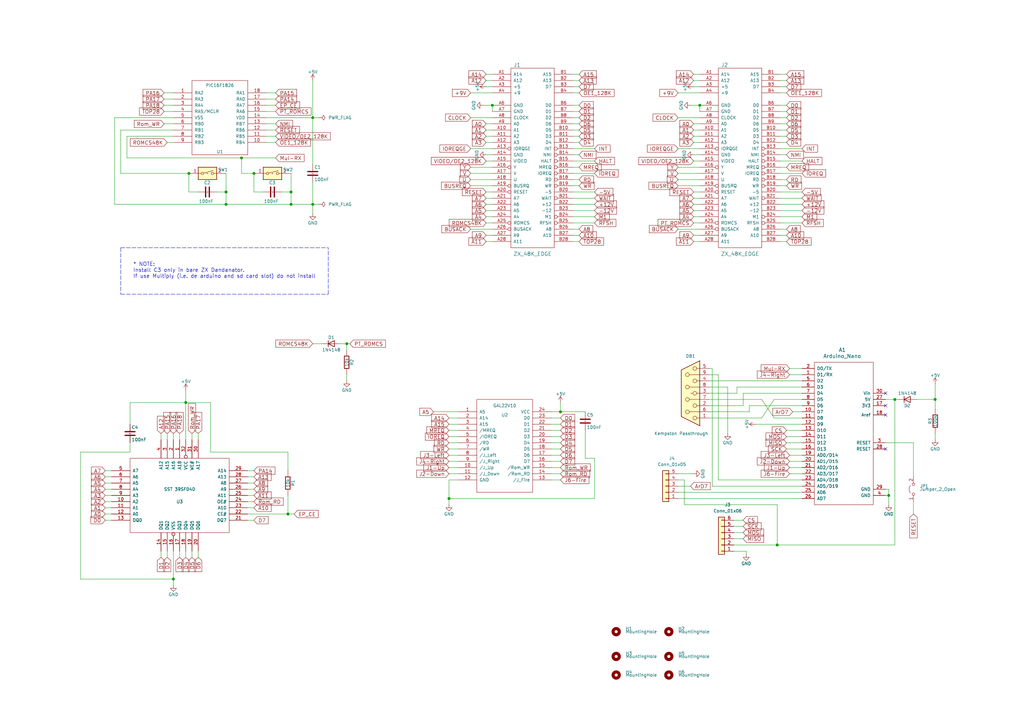
<source format=kicad_sch>
(kicad_sch (version 20201015) (generator eeschema)
  (paper "A3")
  (title_block (title "ZX Dandanator! Mini + Multiply addon") (date "2020-11-24") (rev "2.1 AMIE") (company "Alvaro Alea, Dandare, Mad001, OverCLK") (comment 1 "new release"))
  (junction (at 71.12 237.49) (diameter 1.016))
  (junction (at 76.2 165.1) (diameter 1.016))
  (junction (at 77.47 71.12) (diameter 1.016))
  (junction (at 92.71 78.74) (diameter 1.016))
  (junction (at 92.71 83.82) (diameter 1.016))
  (junction (at 99.06 64.77) (diameter 1.016))
  (junction (at 104.14 71.12) (diameter 1.016))
  (junction (at 118.11 210.82) (diameter 1.016))
  (junction (at 119.38 78.74) (diameter 1.016))
  (junction (at 119.38 83.82) (diameter 1.016))
  (junction (at 128.27 48.26) (diameter 1.016))
  (junction (at 128.27 83.82) (diameter 1.016))
  (junction (at 142.24 140.97) (diameter 1.016))
  (junction (at 184.15 204.47) (diameter 1.016))
  (junction (at 201.93 43.18) (diameter 1.016))
  (junction (at 229.87 168.91) (diameter 1.016))
  (junction (at 287.02 43.18) (diameter 1.016))
  (junction (at 318.77 223.52) (diameter 1.016))
  (junction (at 364.49 203.2) (diameter 1.016))
  (junction (at 367.03 163.83) (diameter 1.016))
  (junction (at 383.54 163.83) (diameter 1.016))
  (no_connect (at 363.22 166.37))
  (no_connect (at 363.22 161.29))
  (no_connect (at 363.22 170.18))
  (no_connect (at 363.22 184.15))
  (wire (pts (xy 33.02 185.42) (xy 53.34 185.42)))
  (wire (pts (xy 33.02 237.49) (xy 33.02 185.42)))
  (wire (pts (xy 43.18 193.04) (xy 45.72 193.04)))
  (wire (pts (xy 43.18 195.58) (xy 45.72 195.58)))
  (wire (pts (xy 43.18 198.12) (xy 45.72 198.12)))
  (wire (pts (xy 43.18 200.66) (xy 45.72 200.66)))
  (wire (pts (xy 43.18 203.2) (xy 45.72 203.2)))
  (wire (pts (xy 43.18 205.74) (xy 45.72 205.74)))
  (wire (pts (xy 43.18 208.28) (xy 45.72 208.28)))
  (wire (pts (xy 43.18 210.82) (xy 45.72 210.82)))
  (wire (pts (xy 43.18 213.36) (xy 45.72 213.36)))
  (wire (pts (xy 46.99 48.26) (xy 46.99 83.82)))
  (wire (pts (xy 46.99 48.26) (xy 71.12 48.26)))
  (wire (pts (xy 46.99 83.82) (xy 92.71 83.82)))
  (wire (pts (xy 49.53 53.34) (xy 71.12 53.34)))
  (wire (pts (xy 49.53 71.12) (xy 49.53 53.34)))
  (wire (pts (xy 49.53 71.12) (xy 77.47 71.12)))
  (wire (pts (xy 52.07 55.88) (xy 52.07 64.77)))
  (wire (pts (xy 52.07 55.88) (xy 71.12 55.88)))
  (wire (pts (xy 52.07 64.77) (xy 99.06 64.77)))
  (wire (pts (xy 53.34 165.1) (xy 76.2 165.1)))
  (wire (pts (xy 53.34 173.99) (xy 53.34 165.1)))
  (wire (pts (xy 53.34 185.42) (xy 53.34 181.61)))
  (wire (pts (xy 66.04 177.8) (xy 66.04 180.34)))
  (wire (pts (xy 66.04 226.06) (xy 66.04 228.6)))
  (wire (pts (xy 67.31 38.1) (xy 71.12 38.1)))
  (wire (pts (xy 67.31 40.64) (xy 71.12 40.64)))
  (wire (pts (xy 67.31 43.18) (xy 71.12 43.18)))
  (wire (pts (xy 67.31 45.72) (xy 71.12 45.72)))
  (wire (pts (xy 67.31 50.8) (xy 71.12 50.8)))
  (wire (pts (xy 68.58 58.42) (xy 71.12 58.42)))
  (wire (pts (xy 68.58 177.8) (xy 68.58 180.34)))
  (wire (pts (xy 68.58 226.06) (xy 68.58 228.6)))
  (wire (pts (xy 71.12 177.8) (xy 71.12 180.34)))
  (wire (pts (xy 71.12 226.06) (xy 71.12 237.49)))
  (wire (pts (xy 71.12 237.49) (xy 33.02 237.49)))
  (wire (pts (xy 71.12 237.49) (xy 71.12 240.03)))
  (wire (pts (xy 73.66 177.8) (xy 73.66 180.34)))
  (wire (pts (xy 73.66 226.06) (xy 73.66 228.6)))
  (wire (pts (xy 76.2 160.02) (xy 76.2 165.1)))
  (wire (pts (xy 76.2 165.1) (xy 76.2 180.34)))
  (wire (pts (xy 76.2 165.1) (xy 86.36 165.1)))
  (wire (pts (xy 76.2 226.06) (xy 76.2 228.6)))
  (wire (pts (xy 77.47 71.12) (xy 77.47 78.74)))
  (wire (pts (xy 77.47 78.74) (xy 81.28 78.74)))
  (wire (pts (xy 78.74 177.8) (xy 78.74 180.34)))
  (wire (pts (xy 78.74 226.06) (xy 78.74 228.6)))
  (wire (pts (xy 81.28 177.8) (xy 81.28 180.34)))
  (wire (pts (xy 81.28 226.06) (xy 81.28 228.6)))
  (wire (pts (xy 86.36 165.1) (xy 86.36 185.42)))
  (wire (pts (xy 86.36 185.42) (xy 118.11 185.42)))
  (wire (pts (xy 88.9 78.74) (xy 92.71 78.74)))
  (wire (pts (xy 92.71 71.12) (xy 92.71 78.74)))
  (wire (pts (xy 92.71 78.74) (xy 92.71 83.82)))
  (wire (pts (xy 92.71 83.82) (xy 119.38 83.82)))
  (wire (pts (xy 99.06 64.77) (xy 99.06 71.12)))
  (wire (pts (xy 99.06 64.77) (xy 113.03 64.77)))
  (wire (pts (xy 99.06 71.12) (xy 104.14 71.12)))
  (wire (pts (xy 101.6 198.12) (xy 104.14 198.12)))
  (wire (pts (xy 101.6 200.66) (xy 104.14 200.66)))
  (wire (pts (xy 101.6 203.2) (xy 104.14 203.2)))
  (wire (pts (xy 101.6 208.28) (xy 104.14 208.28)))
  (wire (pts (xy 101.6 210.82) (xy 118.11 210.82)))
  (wire (pts (xy 101.6 213.36) (xy 104.14 213.36)))
  (wire (pts (xy 104.14 71.12) (xy 104.14 78.74)))
  (wire (pts (xy 104.14 78.74) (xy 107.95 78.74)))
  (wire (pts (xy 104.14 193.04) (xy 101.6 193.04)))
  (wire (pts (xy 104.14 195.58) (xy 101.6 195.58)))
  (wire (pts (xy 104.14 205.74) (xy 101.6 205.74)))
  (wire (pts (xy 109.22 43.18) (xy 113.03 43.18)))
  (wire (pts (xy 109.22 45.72) (xy 113.03 45.72)))
  (wire (pts (xy 113.03 38.1) (xy 109.22 38.1)))
  (wire (pts (xy 113.03 40.64) (xy 109.22 40.64)))
  (wire (pts (xy 113.03 50.8) (xy 109.22 50.8)))
  (wire (pts (xy 113.03 53.34) (xy 109.22 53.34)))
  (wire (pts (xy 113.03 55.88) (xy 109.22 55.88)))
  (wire (pts (xy 113.03 58.42) (xy 109.22 58.42)))
  (wire (pts (xy 115.57 78.74) (xy 119.38 78.74)))
  (wire (pts (xy 118.11 185.42) (xy 118.11 193.04)))
  (wire (pts (xy 118.11 203.2) (xy 118.11 210.82)))
  (wire (pts (xy 118.11 210.82) (xy 120.65 210.82)))
  (wire (pts (xy 119.38 78.74) (xy 119.38 71.12)))
  (wire (pts (xy 119.38 83.82) (xy 119.38 78.74)))
  (wire (pts (xy 119.38 83.82) (xy 128.27 83.82)))
  (wire (pts (xy 128.27 33.02) (xy 128.27 48.26)))
  (wire (pts (xy 128.27 48.26) (xy 109.22 48.26)))
  (wire (pts (xy 128.27 48.26) (xy 128.27 67.31)))
  (wire (pts (xy 128.27 48.26) (xy 130.81 48.26)))
  (wire (pts (xy 128.27 74.93) (xy 128.27 83.82)))
  (wire (pts (xy 128.27 83.82) (xy 128.27 87.63)))
  (wire (pts (xy 128.27 83.82) (xy 130.81 83.82)))
  (wire (pts (xy 128.27 140.97) (xy 132.08 140.97)))
  (wire (pts (xy 139.7 140.97) (xy 142.24 140.97)))
  (wire (pts (xy 142.24 140.97) (xy 142.24 143.51)))
  (wire (pts (xy 142.24 140.97) (xy 143.51 140.97)))
  (wire (pts (xy 142.24 153.67) (xy 142.24 156.21)))
  (wire (pts (xy 177.8 168.91) (xy 187.96 168.91)))
  (wire (pts (xy 184.15 171.45) (xy 187.96 171.45)))
  (wire (pts (xy 184.15 173.99) (xy 187.96 173.99)))
  (wire (pts (xy 184.15 179.07) (xy 187.96 179.07)))
  (wire (pts (xy 184.15 184.15) (xy 187.96 184.15)))
  (wire (pts (xy 184.15 191.77) (xy 187.96 191.77)))
  (wire (pts (xy 184.15 194.31) (xy 187.96 194.31)))
  (wire (pts (xy 184.15 196.85) (xy 184.15 204.47)))
  (wire (pts (xy 184.15 204.47) (xy 184.15 207.01)))
  (wire (pts (xy 187.96 176.53) (xy 184.15 176.53)))
  (wire (pts (xy 187.96 181.61) (xy 184.15 181.61)))
  (wire (pts (xy 187.96 186.69) (xy 184.15 186.69)))
  (wire (pts (xy 187.96 189.23) (xy 184.15 189.23)))
  (wire (pts (xy 187.96 196.85) (xy 184.15 196.85)))
  (wire (pts (xy 193.04 48.26) (xy 201.93 48.26)))
  (wire (pts (xy 193.04 60.96) (xy 201.93 60.96)))
  (wire (pts (xy 193.04 68.58) (xy 201.93 68.58)))
  (wire (pts (xy 193.04 71.12) (xy 201.93 71.12)))
  (wire (pts (xy 193.04 73.66) (xy 201.93 73.66)))
  (wire (pts (xy 193.04 76.2) (xy 201.93 76.2)))
  (wire (pts (xy 193.04 93.98) (xy 201.93 93.98)))
  (wire (pts (xy 198.12 43.18) (xy 201.93 43.18)))
  (wire (pts (xy 199.39 30.48) (xy 201.93 30.48)))
  (wire (pts (xy 199.39 33.02) (xy 201.93 33.02)))
  (wire (pts (xy 199.39 35.56) (xy 201.93 35.56)))
  (wire (pts (xy 199.39 50.8) (xy 201.93 50.8)))
  (wire (pts (xy 199.39 53.34) (xy 201.93 53.34)))
  (wire (pts (xy 199.39 55.88) (xy 201.93 55.88)))
  (wire (pts (xy 199.39 58.42) (xy 201.93 58.42)))
  (wire (pts (xy 199.39 63.5) (xy 201.93 63.5)))
  (wire (pts (xy 199.39 66.04) (xy 201.93 66.04)))
  (wire (pts (xy 199.39 78.74) (xy 201.93 78.74)))
  (wire (pts (xy 199.39 81.28) (xy 201.93 81.28)))
  (wire (pts (xy 199.39 83.82) (xy 201.93 83.82)))
  (wire (pts (xy 199.39 86.36) (xy 201.93 86.36)))
  (wire (pts (xy 199.39 88.9) (xy 201.93 88.9)))
  (wire (pts (xy 199.39 91.44) (xy 201.93 91.44)))
  (wire (pts (xy 199.39 96.52) (xy 201.93 96.52)))
  (wire (pts (xy 199.39 99.06) (xy 201.93 99.06)))
  (wire (pts (xy 201.93 38.1) (xy 193.04 38.1)))
  (wire (pts (xy 201.93 43.18) (xy 201.93 45.72)))
  (wire (pts (xy 226.06 168.91) (xy 229.87 168.91)))
  (wire (pts (xy 226.06 171.45) (xy 229.87 171.45)))
  (wire (pts (xy 226.06 173.99) (xy 229.87 173.99)))
  (wire (pts (xy 226.06 176.53) (xy 229.87 176.53)))
  (wire (pts (xy 226.06 179.07) (xy 229.87 179.07)))
  (wire (pts (xy 226.06 181.61) (xy 229.87 181.61)))
  (wire (pts (xy 226.06 184.15) (xy 229.87 184.15)))
  (wire (pts (xy 226.06 186.69) (xy 229.87 186.69)))
  (wire (pts (xy 226.06 189.23) (xy 229.87 189.23)))
  (wire (pts (xy 226.06 191.77) (xy 229.87 191.77)))
  (wire (pts (xy 226.06 194.31) (xy 229.87 194.31)))
  (wire (pts (xy 226.06 196.85) (xy 229.87 196.85)))
  (wire (pts (xy 229.87 168.91) (xy 229.87 165.1)))
  (wire (pts (xy 229.87 168.91) (xy 240.03 168.91)))
  (wire (pts (xy 234.95 35.56) (xy 237.49 35.56)))
  (wire (pts (xy 234.95 43.18) (xy 237.49 43.18)))
  (wire (pts (xy 234.95 45.72) (xy 237.49 45.72)))
  (wire (pts (xy 234.95 48.26) (xy 237.49 48.26)))
  (wire (pts (xy 234.95 50.8) (xy 237.49 50.8)))
  (wire (pts (xy 234.95 53.34) (xy 237.49 53.34)))
  (wire (pts (xy 234.95 55.88) (xy 237.49 55.88)))
  (wire (pts (xy 234.95 58.42) (xy 237.49 58.42)))
  (wire (pts (xy 237.49 30.48) (xy 234.95 30.48)))
  (wire (pts (xy 237.49 33.02) (xy 234.95 33.02)))
  (wire (pts (xy 237.49 38.1) (xy 234.95 38.1)))
  (wire (pts (xy 237.49 63.5) (xy 234.95 63.5)))
  (wire (pts (xy 237.49 68.58) (xy 234.95 68.58)))
  (wire (pts (xy 237.49 73.66) (xy 234.95 73.66)))
  (wire (pts (xy 237.49 76.2) (xy 234.95 76.2)))
  (wire (pts (xy 237.49 93.98) (xy 234.95 93.98)))
  (wire (pts (xy 237.49 96.52) (xy 234.95 96.52)))
  (wire (pts (xy 237.49 99.06) (xy 234.95 99.06)))
  (wire (pts (xy 240.03 176.53) (xy 240.03 187.96)))
  (wire (pts (xy 240.03 187.96) (xy 243.84 187.96)))
  (wire (pts (xy 243.84 60.96) (xy 234.95 60.96)))
  (wire (pts (xy 243.84 66.04) (xy 234.95 66.04)))
  (wire (pts (xy 243.84 71.12) (xy 234.95 71.12)))
  (wire (pts (xy 243.84 78.74) (xy 234.95 78.74)))
  (wire (pts (xy 243.84 81.28) (xy 234.95 81.28)))
  (wire (pts (xy 243.84 83.82) (xy 234.95 83.82)))
  (wire (pts (xy 243.84 86.36) (xy 234.95 86.36)))
  (wire (pts (xy 243.84 88.9) (xy 234.95 88.9)))
  (wire (pts (xy 243.84 91.44) (xy 234.95 91.44)))
  (wire (pts (xy 243.84 187.96) (xy 243.84 204.47)))
  (wire (pts (xy 243.84 204.47) (xy 184.15 204.47)))
  (wire (pts (xy 278.13 48.26) (xy 287.02 48.26)))
  (wire (pts (xy 278.13 60.96) (xy 287.02 60.96)))
  (wire (pts (xy 278.13 68.58) (xy 287.02 68.58)))
  (wire (pts (xy 278.13 71.12) (xy 287.02 71.12)))
  (wire (pts (xy 278.13 73.66) (xy 287.02 73.66)))
  (wire (pts (xy 278.13 76.2) (xy 287.02 76.2)))
  (wire (pts (xy 278.13 93.98) (xy 287.02 93.98)))
  (wire (pts (xy 278.13 194.31) (xy 284.48 194.31)))
  (wire (pts (xy 278.13 196.85) (xy 280.67 196.85)))
  (wire (pts (xy 278.13 199.39) (xy 283.21 199.39)))
  (wire (pts (xy 278.13 201.93) (xy 328.93 201.93)))
  (wire (pts (xy 278.13 204.47) (xy 328.93 204.47)))
  (wire (pts (xy 280.67 196.85) (xy 280.67 207.01)))
  (wire (pts (xy 280.67 207.01) (xy 318.77 207.01)))
  (wire (pts (xy 283.21 43.18) (xy 287.02 43.18)))
  (wire (pts (xy 284.48 30.48) (xy 287.02 30.48)))
  (wire (pts (xy 284.48 33.02) (xy 287.02 33.02)))
  (wire (pts (xy 284.48 35.56) (xy 287.02 35.56)))
  (wire (pts (xy 284.48 50.8) (xy 287.02 50.8)))
  (wire (pts (xy 284.48 53.34) (xy 287.02 53.34)))
  (wire (pts (xy 284.48 55.88) (xy 287.02 55.88)))
  (wire (pts (xy 284.48 58.42) (xy 287.02 58.42)))
  (wire (pts (xy 284.48 63.5) (xy 287.02 63.5)))
  (wire (pts (xy 284.48 66.04) (xy 287.02 66.04)))
  (wire (pts (xy 284.48 78.74) (xy 287.02 78.74)))
  (wire (pts (xy 284.48 81.28) (xy 287.02 81.28)))
  (wire (pts (xy 284.48 83.82) (xy 287.02 83.82)))
  (wire (pts (xy 284.48 86.36) (xy 287.02 86.36)))
  (wire (pts (xy 284.48 88.9) (xy 287.02 88.9)))
  (wire (pts (xy 284.48 91.44) (xy 287.02 91.44)))
  (wire (pts (xy 284.48 96.52) (xy 287.02 96.52)))
  (wire (pts (xy 284.48 99.06) (xy 287.02 99.06)))
  (wire (pts (xy 287.02 38.1) (xy 278.13 38.1)))
  (wire (pts (xy 287.02 43.18) (xy 287.02 45.72)))
  (wire (pts (xy 290.83 151.13) (xy 292.1 151.13)))
  (wire (pts (xy 290.83 156.21) (xy 328.93 156.21)))
  (wire (pts (xy 290.83 158.75) (xy 298.45 158.75)))
  (wire (pts (xy 290.83 161.29) (xy 302.26 161.29)))
  (wire (pts (xy 290.83 163.83) (xy 312.42 163.83)))
  (wire (pts (xy 290.83 166.37) (xy 304.8 166.37)))
  (wire (pts (xy 290.83 171.45) (xy 312.42 171.45)))
  (wire (pts (xy 292.1 151.13) (xy 292.1 199.39)))
  (wire (pts (xy 292.1 199.39) (xy 328.93 199.39)))
  (wire (pts (xy 294.64 153.67) (xy 290.83 153.67)))
  (wire (pts (xy 294.64 153.67) (xy 294.64 196.85)))
  (wire (pts (xy 294.64 196.85) (xy 328.93 196.85)))
  (wire (pts (xy 298.45 158.75) (xy 298.45 177.8)))
  (wire (pts (xy 300.99 213.36) (xy 304.8 213.36)))
  (wire (pts (xy 300.99 215.9) (xy 304.8 215.9)))
  (wire (pts (xy 300.99 218.44) (xy 304.8 218.44)))
  (wire (pts (xy 300.99 220.98) (xy 304.8 220.98)))
  (wire (pts (xy 300.99 223.52) (xy 318.77 223.52)))
  (wire (pts (xy 300.99 226.06) (xy 306.07 226.06)))
  (wire (pts (xy 302.26 158.75) (xy 328.93 158.75)))
  (wire (pts (xy 302.26 161.29) (xy 302.26 158.75)))
  (wire (pts (xy 304.8 161.29) (xy 328.93 161.29)))
  (wire (pts (xy 304.8 166.37) (xy 304.8 161.29)))
  (wire (pts (xy 306.07 226.06) (xy 306.07 227.33)))
  (wire (pts (xy 307.34 166.37) (xy 307.34 168.91)))
  (wire (pts (xy 307.34 168.91) (xy 290.83 168.91)))
  (wire (pts (xy 309.88 173.99) (xy 328.93 173.99)))
  (wire (pts (xy 312.42 163.83) (xy 317.5 171.45)))
  (wire (pts (xy 312.42 171.45) (xy 317.5 163.83)))
  (wire (pts (xy 317.5 163.83) (xy 328.93 163.83)))
  (wire (pts (xy 317.5 171.45) (xy 328.93 171.45)))
  (wire (pts (xy 318.77 207.01) (xy 318.77 223.52)))
  (wire (pts (xy 318.77 223.52) (xy 367.03 223.52)))
  (wire (pts (xy 320.04 35.56) (xy 322.58 35.56)))
  (wire (pts (xy 320.04 43.18) (xy 322.58 43.18)))
  (wire (pts (xy 320.04 45.72) (xy 322.58 45.72)))
  (wire (pts (xy 320.04 48.26) (xy 322.58 48.26)))
  (wire (pts (xy 320.04 50.8) (xy 322.58 50.8)))
  (wire (pts (xy 320.04 53.34) (xy 322.58 53.34)))
  (wire (pts (xy 320.04 55.88) (xy 322.58 55.88)))
  (wire (pts (xy 320.04 58.42) (xy 322.58 58.42)))
  (wire (pts (xy 322.58 30.48) (xy 320.04 30.48)))
  (wire (pts (xy 322.58 33.02) (xy 320.04 33.02)))
  (wire (pts (xy 322.58 38.1) (xy 320.04 38.1)))
  (wire (pts (xy 322.58 63.5) (xy 320.04 63.5)))
  (wire (pts (xy 322.58 68.58) (xy 320.04 68.58)))
  (wire (pts (xy 322.58 73.66) (xy 320.04 73.66)))
  (wire (pts (xy 322.58 76.2) (xy 320.04 76.2)))
  (wire (pts (xy 322.58 93.98) (xy 320.04 93.98)))
  (wire (pts (xy 322.58 96.52) (xy 320.04 96.52)))
  (wire (pts (xy 322.58 99.06) (xy 320.04 99.06)))
  (wire (pts (xy 322.58 176.53) (xy 328.93 176.53)))
  (wire (pts (xy 322.58 179.07) (xy 328.93 179.07)))
  (wire (pts (xy 322.58 181.61) (xy 328.93 181.61)))
  (wire (pts (xy 322.58 184.15) (xy 328.93 184.15)))
  (wire (pts (xy 323.85 151.13) (xy 328.93 151.13)))
  (wire (pts (xy 323.85 153.67) (xy 328.93 153.67)))
  (wire (pts (xy 323.85 186.69) (xy 328.93 186.69)))
  (wire (pts (xy 323.85 189.23) (xy 328.93 189.23)))
  (wire (pts (xy 323.85 191.77) (xy 328.93 191.77)))
  (wire (pts (xy 323.85 194.31) (xy 328.93 194.31)))
  (wire (pts (xy 325.12 168.91) (xy 328.93 168.91)))
  (wire (pts (xy 328.93 60.96) (xy 320.04 60.96)))
  (wire (pts (xy 328.93 66.04) (xy 320.04 66.04)))
  (wire (pts (xy 328.93 71.12) (xy 320.04 71.12)))
  (wire (pts (xy 328.93 78.74) (xy 320.04 78.74)))
  (wire (pts (xy 328.93 81.28) (xy 320.04 81.28)))
  (wire (pts (xy 328.93 83.82) (xy 320.04 83.82)))
  (wire (pts (xy 328.93 86.36) (xy 320.04 86.36)))
  (wire (pts (xy 328.93 88.9) (xy 320.04 88.9)))
  (wire (pts (xy 328.93 91.44) (xy 320.04 91.44)))
  (wire (pts (xy 328.93 166.37) (xy 307.34 166.37)))
  (wire (pts (xy 363.22 181.61) (xy 374.65 181.61)))
  (wire (pts (xy 363.22 200.66) (xy 364.49 200.66)))
  (wire (pts (xy 364.49 200.66) (xy 364.49 203.2)))
  (wire (pts (xy 364.49 203.2) (xy 363.22 203.2)))
  (wire (pts (xy 364.49 207.01) (xy 364.49 203.2)))
  (wire (pts (xy 367.03 163.83) (xy 363.22 163.83)))
  (wire (pts (xy 367.03 163.83) (xy 367.03 223.52)))
  (wire (pts (xy 368.3 163.83) (xy 367.03 163.83)))
  (wire (pts (xy 374.65 181.61) (xy 374.65 195.58)))
  (wire (pts (xy 374.65 205.74) (xy 374.65 210.82)))
  (wire (pts (xy 383.54 157.48) (xy 383.54 163.83)))
  (wire (pts (xy 383.54 163.83) (xy 375.92 163.83)))
  (wire (pts (xy 383.54 163.83) (xy 383.54 167.64)))
  (wire (pts (xy 383.54 177.8) (xy 383.54 180.34)))
  (polyline (pts (xy 49.53 101.6) (xy 49.53 120.65)) (stroke (width 0) (type dash)))
  (polyline (pts (xy 49.53 101.6) (xy 134.62 101.6)) (stroke (width 0) (type dash)))
  (polyline (pts (xy 49.53 120.65) (xy 134.62 120.65)) (stroke (width 0) (type dash)))
  (polyline (pts (xy 134.62 120.65) (xy 134.62 101.6)) (stroke (width 0) (type dash)))
  (text "* NOTE: \nInstall C3 only in bare ZX Dandanator.\nIf use Multiply (i.e. de arduino and sd card slot) do not install\n" (at 54.61 114.3 0) (effects (font (size 1.524 1.524)) (justify left bottom)))
  (global_label "A7" (shape input) (at 43.18 193.04 180) (property "Intersheet References" "${INTERSHEET_REFS}" (effects hide)) (effects (font (size 1.524 1.524))))
  (global_label "A6" (shape input) (at 43.18 195.58 180) (property "Intersheet References" "${INTERSHEET_REFS}" (effects hide)) (effects (font (size 1.524 1.524))))
  (global_label "A5" (shape input) (at 43.18 198.12 180) (property "Intersheet References" "${INTERSHEET_REFS}" (effects hide)) (effects (font (size 1.524 1.524))))
  (global_label "A4" (shape input) (at 43.18 200.66 180) (property "Intersheet References" "${INTERSHEET_REFS}" (effects hide)) (effects (font (size 1.524 1.524))))
  (global_label "A3" (shape input) (at 43.18 203.2 180) (property "Intersheet References" "${INTERSHEET_REFS}" (effects hide)) (effects (font (size 1.524 1.524))))
  (global_label "A2" (shape input) (at 43.18 205.74 180) (property "Intersheet References" "${INTERSHEET_REFS}" (effects hide)) (effects (font (size 1.524 1.524))))
  (global_label "A1" (shape input) (at 43.18 208.28 180) (property "Intersheet References" "${INTERSHEET_REFS}" (effects hide)) (effects (font (size 1.524 1.524))))
  (global_label "A0" (shape input) (at 43.18 210.82 180) (property "Intersheet References" "${INTERSHEET_REFS}" (effects hide)) (effects (font (size 1.524 1.524))))
  (global_label "D0" (shape input) (at 43.18 213.36 180) (property "Intersheet References" "${INTERSHEET_REFS}" (effects hide)) (effects (font (size 1.524 1.524))))
  (global_label "A12" (shape input) (at 66.04 177.8 90) (property "Intersheet References" "${INTERSHEET_REFS}" (effects hide)) (effects (font (size 1.524 1.524))))
  (global_label "D1" (shape input) (at 66.04 228.6 270) (property "Intersheet References" "${INTERSHEET_REFS}" (effects hide)) (effects (font (size 1.524 1.524))))
  (global_label "PA16" (shape input) (at 67.31 38.1 180) (property "Intersheet References" "${INTERSHEET_REFS}" (effects hide)) (effects (font (size 1.524 1.524))))
  (global_label "PA17" (shape input) (at 67.31 40.64 180) (property "Intersheet References" "${INTERSHEET_REFS}" (effects hide)) (effects (font (size 1.524 1.524))))
  (global_label "PA18" (shape input) (at 67.31 43.18 180) (property "Intersheet References" "${INTERSHEET_REFS}" (effects hide)) (effects (font (size 1.524 1.524))))
  (global_label "TOP28" (shape input) (at 67.31 45.72 180) (property "Intersheet References" "${INTERSHEET_REFS}" (effects hide)) (effects (font (size 1.524 1.524))))
  (global_label "Rom_WR" (shape input) (at 67.31 50.8 180) (property "Intersheet References" "${INTERSHEET_REFS}" (effects hide)) (effects (font (size 1.524 1.524))))
  (global_label "ROMCS48K" (shape input) (at 68.58 58.42 180) (property "Intersheet References" "${INTERSHEET_REFS}" (effects hide)) (effects (font (size 1.524 1.524))))
  (global_label "PA15" (shape input) (at 68.58 177.8 90) (property "Intersheet References" "${INTERSHEET_REFS}" (effects hide)) (effects (font (size 1.524 1.524))))
  (global_label "D2" (shape input) (at 68.58 228.6 270) (property "Intersheet References" "${INTERSHEET_REFS}" (effects hide)) (effects (font (size 1.524 1.524))))
  (global_label "PA16" (shape input) (at 71.12 177.8 90) (property "Intersheet References" "${INTERSHEET_REFS}" (effects hide)) (effects (font (size 1.524 1.524))))
  (global_label "PA18" (shape input) (at 73.66 177.8 90) (property "Intersheet References" "${INTERSHEET_REFS}" (effects hide)) (effects (font (size 1.524 1.524))))
  (global_label "D3" (shape input) (at 73.66 228.6 270) (property "Intersheet References" "${INTERSHEET_REFS}" (effects hide)) (effects (font (size 1.524 1.524))))
  (global_label "D4" (shape input) (at 76.2 228.6 270) (property "Intersheet References" "${INTERSHEET_REFS}" (effects hide)) (effects (font (size 1.524 1.524))))
  (global_label "Rom_WR" (shape input) (at 78.74 177.8 90) (property "Intersheet References" "${INTERSHEET_REFS}" (effects hide)) (effects (font (size 1.524 1.524))))
  (global_label "D5" (shape input) (at 78.74 228.6 270) (property "Intersheet References" "${INTERSHEET_REFS}" (effects hide)) (effects (font (size 1.524 1.524))))
  (global_label "PA17" (shape input) (at 81.28 177.8 90) (property "Intersheet References" "${INTERSHEET_REFS}" (effects hide)) (effects (font (size 1.524 1.524))))
  (global_label "D6" (shape input) (at 81.28 228.6 270) (property "Intersheet References" "${INTERSHEET_REFS}" (effects hide)) (effects (font (size 1.524 1.524))))
  (global_label "PA14" (shape input) (at 104.14 193.04 0) (property "Intersheet References" "${INTERSHEET_REFS}" (effects hide)) (effects (font (size 1.524 1.524))))
  (global_label "A13" (shape input) (at 104.14 195.58 0) (property "Intersheet References" "${INTERSHEET_REFS}" (effects hide)) (effects (font (size 1.524 1.524))))
  (global_label "A8" (shape input) (at 104.14 198.12 0) (property "Intersheet References" "${INTERSHEET_REFS}" (effects hide)) (effects (font (size 1.524 1.524))))
  (global_label "A9" (shape input) (at 104.14 200.66 0) (property "Intersheet References" "${INTERSHEET_REFS}" (effects hide)) (effects (font (size 1.524 1.524))))
  (global_label "A11" (shape input) (at 104.14 203.2 0) (property "Intersheet References" "${INTERSHEET_REFS}" (effects hide)) (effects (font (size 1.524 1.524))))
  (global_label "Rom_RD" (shape input) (at 104.14 205.74 0) (property "Intersheet References" "${INTERSHEET_REFS}" (effects hide)) (effects (font (size 1.524 1.524))))
  (global_label "A10" (shape input) (at 104.14 208.28 0) (property "Intersheet References" "${INTERSHEET_REFS}" (effects hide)) (effects (font (size 1.524 1.524))))
  (global_label "D7" (shape input) (at 104.14 213.36 0) (property "Intersheet References" "${INTERSHEET_REFS}" (effects hide)) (effects (font (size 1.524 1.524))))
  (global_label "PA15" (shape input) (at 113.03 38.1 0) (property "Intersheet References" "${INTERSHEET_REFS}" (effects hide)) (effects (font (size 1.524 1.524))))
  (global_label "PA14" (shape input) (at 113.03 40.64 0) (property "Intersheet References" "${INTERSHEET_REFS}" (effects hide)) (effects (font (size 1.524 1.524))))
  (global_label "EP_CE" (shape input) (at 113.03 43.18 0) (property "Intersheet References" "${INTERSHEET_REFS}" (effects hide)) (effects (font (size 1.524 1.524))))
  (global_label "PT_ROMCS" (shape input) (at 113.03 45.72 0) (property "Intersheet References" "${INTERSHEET_REFS}" (effects hide)) (effects (font (size 1.524 1.524))))
  (global_label "NMI" (shape input) (at 113.03 50.8 0) (property "Intersheet References" "${INTERSHEET_REFS}" (effects hide)) (effects (font (size 1.524 1.524))))
  (global_label "RESET" (shape input) (at 113.03 53.34 0) (property "Intersheet References" "${INTERSHEET_REFS}" (effects hide)) (effects (font (size 1.524 1.524))))
  (global_label "VIDEO/OE2_128K" (shape input) (at 113.03 55.88 0) (property "Intersheet References" "${INTERSHEET_REFS}" (effects hide)) (effects (font (size 1.524 1.524))))
  (global_label "OE1_128K" (shape input) (at 113.03 58.42 0) (property "Intersheet References" "${INTERSHEET_REFS}" (effects hide)) (effects (font (size 1.524 1.524))))
  (global_label "Mul-RX" (shape input) (at 113.03 64.77 0) (property "Intersheet References" "${INTERSHEET_REFS}" (effects hide)) (effects (font (size 1.524 1.524))))
  (global_label "EP_CE" (shape input) (at 120.65 210.82 0) (property "Intersheet References" "${INTERSHEET_REFS}" (effects hide)) (effects (font (size 1.524 1.524))))
  (global_label "ROMCS48K" (shape input) (at 128.27 140.97 180) (property "Intersheet References" "${INTERSHEET_REFS}" (effects hide)) (effects (font (size 1.524 1.524))))
  (global_label "PT_ROMCS" (shape input) (at 143.51 140.97 0) (property "Intersheet References" "${INTERSHEET_REFS}" (effects hide)) (effects (font (size 1.524 1.524))))
  (global_label "A5" (shape input) (at 177.8 168.91 180) (property "Intersheet References" "${INTERSHEET_REFS}" (effects hide)) (effects (font (size 1.524 1.524))))
  (global_label "A14" (shape input) (at 184.15 171.45 180) (property "Intersheet References" "${INTERSHEET_REFS}" (effects hide)) (effects (font (size 1.524 1.524))))
  (global_label "A15" (shape input) (at 184.15 173.99 180) (property "Intersheet References" "${INTERSHEET_REFS}" (effects hide)) (effects (font (size 1.524 1.524))))
  (global_label "MREQ" (shape input) (at 184.15 176.53 180) (property "Intersheet References" "${INTERSHEET_REFS}" (effects hide)) (effects (font (size 1.524 1.524))))
  (global_label "IOREQ" (shape input) (at 184.15 179.07 180) (property "Intersheet References" "${INTERSHEET_REFS}" (effects hide)) (effects (font (size 1.524 1.524))))
  (global_label "RD" (shape input) (at 184.15 181.61 180) (property "Intersheet References" "${INTERSHEET_REFS}" (effects hide)) (effects (font (size 1.524 1.524))))
  (global_label "WR" (shape input) (at 184.15 184.15 180) (property "Intersheet References" "${INTERSHEET_REFS}" (effects hide)) (effects (font (size 1.524 1.524))))
  (global_label "J3-Left" (shape input) (at 184.15 186.69 180) (property "Intersheet References" "${INTERSHEET_REFS}" (effects hide)) (effects (font (size 1.524 1.524))))
  (global_label "J4-Right" (shape input) (at 184.15 189.23 180) (property "Intersheet References" "${INTERSHEET_REFS}" (effects hide)) (effects (font (size 1.524 1.524))))
  (global_label "J1-Up" (shape input) (at 184.15 191.77 180) (property "Intersheet References" "${INTERSHEET_REFS}" (effects hide)) (effects (font (size 1.524 1.524))))
  (global_label "J2-Down" (shape input) (at 184.15 194.31 180) (property "Intersheet References" "${INTERSHEET_REFS}" (effects hide)) (effects (font (size 1.524 1.524))))
  (global_label "+9V" (shape input) (at 193.04 38.1 180) (property "Intersheet References" "${INTERSHEET_REFS}" (effects hide)) (effects (font (size 1.524 1.524))))
  (global_label "CLOCK" (shape input) (at 193.04 48.26 180) (property "Intersheet References" "${INTERSHEET_REFS}" (effects hide)) (effects (font (size 1.524 1.524))))
  (global_label "IOREQGE" (shape input) (at 193.04 60.96 180) (property "Intersheet References" "${INTERSHEET_REFS}" (effects hide)) (effects (font (size 1.524 1.524))))
  (global_label "Y" (shape input) (at 193.04 68.58 180) (property "Intersheet References" "${INTERSHEET_REFS}" (effects hide)) (effects (font (size 1.524 1.524))))
  (global_label "V" (shape input) (at 193.04 71.12 180) (property "Intersheet References" "${INTERSHEET_REFS}" (effects hide)) (effects (font (size 1.524 1.524))))
  (global_label "U" (shape input) (at 193.04 73.66 180) (property "Intersheet References" "${INTERSHEET_REFS}" (effects hide)) (effects (font (size 1.524 1.524))))
  (global_label "BUSREQ" (shape input) (at 193.04 76.2 180) (property "Intersheet References" "${INTERSHEET_REFS}" (effects hide)) (effects (font (size 1.524 1.524))))
  (global_label "BUSACK" (shape input) (at 193.04 93.98 180) (property "Intersheet References" "${INTERSHEET_REFS}" (effects hide)) (effects (font (size 1.524 1.524))))
  (global_label "A14" (shape input) (at 199.39 30.48 180) (property "Intersheet References" "${INTERSHEET_REFS}" (effects hide)) (effects (font (size 1.524 1.524))))
  (global_label "A12" (shape input) (at 199.39 33.02 180) (property "Intersheet References" "${INTERSHEET_REFS}" (effects hide)) (effects (font (size 1.524 1.524))))
  (global_label "A0" (shape input) (at 199.39 50.8 180) (property "Intersheet References" "${INTERSHEET_REFS}" (effects hide)) (effects (font (size 1.524 1.524))))
  (global_label "A1" (shape input) (at 199.39 53.34 180) (property "Intersheet References" "${INTERSHEET_REFS}" (effects hide)) (effects (font (size 1.524 1.524))))
  (global_label "A2" (shape input) (at 199.39 55.88 180) (property "Intersheet References" "${INTERSHEET_REFS}" (effects hide)) (effects (font (size 1.524 1.524))))
  (global_label "A3" (shape input) (at 199.39 58.42 180) (property "Intersheet References" "${INTERSHEET_REFS}" (effects hide)) (effects (font (size 1.524 1.524))))
  (global_label "VIDEO/OE2_128K" (shape input) (at 199.39 66.04 180) (property "Intersheet References" "${INTERSHEET_REFS}" (effects hide)) (effects (font (size 1.524 1.524))))
  (global_label "RESET" (shape input) (at 199.39 78.74 180) (property "Intersheet References" "${INTERSHEET_REFS}" (effects hide)) (effects (font (size 1.524 1.524))))
  (global_label "A7" (shape input) (at 199.39 81.28 180) (property "Intersheet References" "${INTERSHEET_REFS}" (effects hide)) (effects (font (size 1.524 1.524))))
  (global_label "A6" (shape input) (at 199.39 83.82 180) (property "Intersheet References" "${INTERSHEET_REFS}" (effects hide)) (effects (font (size 1.524 1.524))))
  (global_label "A5" (shape input) (at 199.39 86.36 180) (property "Intersheet References" "${INTERSHEET_REFS}" (effects hide)) (effects (font (size 1.524 1.524))))
  (global_label "A4" (shape input) (at 199.39 88.9 180) (property "Intersheet References" "${INTERSHEET_REFS}" (effects hide)) (effects (font (size 1.524 1.524))))
  (global_label "ROMCS48K" (shape input) (at 199.39 91.44 180) (property "Intersheet References" "${INTERSHEET_REFS}" (effects hide)) (effects (font (size 1.524 1.524))))
  (global_label "A9" (shape input) (at 199.39 96.52 180) (property "Intersheet References" "${INTERSHEET_REFS}" (effects hide)) (effects (font (size 1.524 1.524))))
  (global_label "A11" (shape input) (at 199.39 99.06 180) (property "Intersheet References" "${INTERSHEET_REFS}" (effects hide)) (effects (font (size 1.524 1.524))))
  (global_label "D0" (shape input) (at 229.87 171.45 0) (property "Intersheet References" "${INTERSHEET_REFS}" (effects hide)) (effects (font (size 1.524 1.524))))
  (global_label "D1" (shape input) (at 229.87 173.99 0) (property "Intersheet References" "${INTERSHEET_REFS}" (effects hide)) (effects (font (size 1.524 1.524))))
  (global_label "D2" (shape input) (at 229.87 176.53 0) (property "Intersheet References" "${INTERSHEET_REFS}" (effects hide)) (effects (font (size 1.524 1.524))))
  (global_label "D3" (shape input) (at 229.87 179.07 0) (property "Intersheet References" "${INTERSHEET_REFS}" (effects hide)) (effects (font (size 1.524 1.524))))
  (global_label "D4" (shape input) (at 229.87 181.61 0) (property "Intersheet References" "${INTERSHEET_REFS}" (effects hide)) (effects (font (size 1.524 1.524))))
  (global_label "D5" (shape input) (at 229.87 184.15 0) (property "Intersheet References" "${INTERSHEET_REFS}" (effects hide)) (effects (font (size 1.524 1.524))))
  (global_label "D6" (shape input) (at 229.87 186.69 0) (property "Intersheet References" "${INTERSHEET_REFS}" (effects hide)) (effects (font (size 1.524 1.524))))
  (global_label "D7" (shape input) (at 229.87 189.23 0) (property "Intersheet References" "${INTERSHEET_REFS}" (effects hide)) (effects (font (size 1.524 1.524))))
  (global_label "Rom_WR" (shape input) (at 229.87 191.77 0) (property "Intersheet References" "${INTERSHEET_REFS}" (effects hide)) (effects (font (size 1.524 1.524))))
  (global_label "Rom_RD" (shape input) (at 229.87 194.31 0) (property "Intersheet References" "${INTERSHEET_REFS}" (effects hide)) (effects (font (size 1.524 1.524))))
  (global_label "J6-Fire" (shape input) (at 229.87 196.85 0) (property "Intersheet References" "${INTERSHEET_REFS}" (effects hide)) (effects (font (size 1.524 1.524))))
  (global_label "A15" (shape input) (at 237.49 30.48 0) (property "Intersheet References" "${INTERSHEET_REFS}" (effects hide)) (effects (font (size 1.524 1.524))))
  (global_label "A13" (shape input) (at 237.49 33.02 0) (property "Intersheet References" "${INTERSHEET_REFS}" (effects hide)) (effects (font (size 1.524 1.524))))
  (global_label "D7" (shape input) (at 237.49 35.56 0) (property "Intersheet References" "${INTERSHEET_REFS}" (effects hide)) (effects (font (size 1.524 1.524))))
  (global_label "OE1_128K" (shape input) (at 237.49 38.1 0) (property "Intersheet References" "${INTERSHEET_REFS}" (effects hide)) (effects (font (size 1.524 1.524))))
  (global_label "D0" (shape input) (at 237.49 43.18 0) (property "Intersheet References" "${INTERSHEET_REFS}" (effects hide)) (effects (font (size 1.524 1.524))))
  (global_label "D1" (shape input) (at 237.49 45.72 0) (property "Intersheet References" "${INTERSHEET_REFS}" (effects hide)) (effects (font (size 1.524 1.524))))
  (global_label "D2" (shape input) (at 237.49 48.26 0) (property "Intersheet References" "${INTERSHEET_REFS}" (effects hide)) (effects (font (size 1.524 1.524))))
  (global_label "D6" (shape input) (at 237.49 50.8 0) (property "Intersheet References" "${INTERSHEET_REFS}" (effects hide)) (effects (font (size 1.524 1.524))))
  (global_label "D5" (shape input) (at 237.49 53.34 0) (property "Intersheet References" "${INTERSHEET_REFS}" (effects hide)) (effects (font (size 1.524 1.524))))
  (global_label "D3" (shape input) (at 237.49 55.88 0) (property "Intersheet References" "${INTERSHEET_REFS}" (effects hide)) (effects (font (size 1.524 1.524))))
  (global_label "D4" (shape input) (at 237.49 58.42 0) (property "Intersheet References" "${INTERSHEET_REFS}" (effects hide)) (effects (font (size 1.524 1.524))))
  (global_label "NMI" (shape input) (at 237.49 63.5 0) (property "Intersheet References" "${INTERSHEET_REFS}" (effects hide)) (effects (font (size 1.524 1.524))))
  (global_label "MREQ" (shape input) (at 237.49 68.58 0) (property "Intersheet References" "${INTERSHEET_REFS}" (effects hide)) (effects (font (size 1.524 1.524))))
  (global_label "RD" (shape input) (at 237.49 73.66 0) (property "Intersheet References" "${INTERSHEET_REFS}" (effects hide)) (effects (font (size 1.524 1.524))))
  (global_label "WR" (shape input) (at 237.49 76.2 0) (property "Intersheet References" "${INTERSHEET_REFS}" (effects hide)) (effects (font (size 1.524 1.524))))
  (global_label "A8" (shape input) (at 237.49 93.98 0) (property "Intersheet References" "${INTERSHEET_REFS}" (effects hide)) (effects (font (size 1.524 1.524))))
  (global_label "A10" (shape input) (at 237.49 96.52 0) (property "Intersheet References" "${INTERSHEET_REFS}" (effects hide)) (effects (font (size 1.524 1.524))))
  (global_label "TOP28" (shape input) (at 237.49 99.06 0) (property "Intersheet References" "${INTERSHEET_REFS}" (effects hide)) (effects (font (size 1.524 1.524))))
  (global_label "INT" (shape input) (at 243.84 60.96 0) (property "Intersheet References" "${INTERSHEET_REFS}" (effects hide)) (effects (font (size 1.524 1.524))))
  (global_label "HALT" (shape input) (at 243.84 66.04 0) (property "Intersheet References" "${INTERSHEET_REFS}" (effects hide)) (effects (font (size 1.524 1.524))))
  (global_label "IOREQ" (shape input) (at 243.84 71.12 0) (property "Intersheet References" "${INTERSHEET_REFS}" (effects hide)) (effects (font (size 1.524 1.524))))
  (global_label "-5V" (shape input) (at 243.84 78.74 0) (property "Intersheet References" "${INTERSHEET_REFS}" (effects hide)) (effects (font (size 1.524 1.524))))
  (global_label "WAIT" (shape input) (at 243.84 81.28 0) (property "Intersheet References" "${INTERSHEET_REFS}" (effects hide)) (effects (font (size 1.524 1.524))))
  (global_label "+12V" (shape input) (at 243.84 83.82 0) (property "Intersheet References" "${INTERSHEET_REFS}" (effects hide)) (effects (font (size 1.524 1.524))))
  (global_label "-12V" (shape input) (at 243.84 86.36 0) (property "Intersheet References" "${INTERSHEET_REFS}" (effects hide)) (effects (font (size 1.524 1.524))))
  (global_label "M1" (shape input) (at 243.84 88.9 0) (property "Intersheet References" "${INTERSHEET_REFS}" (effects hide)) (effects (font (size 1.524 1.524))))
  (global_label "RFSH" (shape input) (at 243.84 91.44 0) (property "Intersheet References" "${INTERSHEET_REFS}" (effects hide)) (effects (font (size 1.524 1.524))))
  (global_label "+9V" (shape input) (at 278.13 38.1 180) (property "Intersheet References" "${INTERSHEET_REFS}" (effects hide)) (effects (font (size 1.524 1.524))))
  (global_label "CLOCK" (shape input) (at 278.13 48.26 180) (property "Intersheet References" "${INTERSHEET_REFS}" (effects hide)) (effects (font (size 1.524 1.524))))
  (global_label "IOREQGE" (shape input) (at 278.13 60.96 180) (property "Intersheet References" "${INTERSHEET_REFS}" (effects hide)) (effects (font (size 1.524 1.524))))
  (global_label "Y" (shape input) (at 278.13 68.58 180) (property "Intersheet References" "${INTERSHEET_REFS}" (effects hide)) (effects (font (size 1.524 1.524))))
  (global_label "V" (shape input) (at 278.13 71.12 180) (property "Intersheet References" "${INTERSHEET_REFS}" (effects hide)) (effects (font (size 1.524 1.524))))
  (global_label "U" (shape input) (at 278.13 73.66 180) (property "Intersheet References" "${INTERSHEET_REFS}" (effects hide)) (effects (font (size 1.524 1.524))))
  (global_label "BUSREQ" (shape input) (at 278.13 76.2 180) (property "Intersheet References" "${INTERSHEET_REFS}" (effects hide)) (effects (font (size 1.524 1.524))))
  (global_label "BUSACK" (shape input) (at 278.13 93.98 180) (property "Intersheet References" "${INTERSHEET_REFS}" (effects hide)) (effects (font (size 1.524 1.524))))
  (global_label "ArD7" (shape input) (at 283.21 199.39 0) (property "Intersheet References" "${INTERSHEET_REFS}" (effects hide)) (effects (font (size 1.524 1.524))))
  (global_label "A14" (shape input) (at 284.48 30.48 180) (property "Intersheet References" "${INTERSHEET_REFS}" (effects hide)) (effects (font (size 1.524 1.524))))
  (global_label "A12" (shape input) (at 284.48 33.02 180) (property "Intersheet References" "${INTERSHEET_REFS}" (effects hide)) (effects (font (size 1.524 1.524))))
  (global_label "A0" (shape input) (at 284.48 50.8 180) (property "Intersheet References" "${INTERSHEET_REFS}" (effects hide)) (effects (font (size 1.524 1.524))))
  (global_label "A1" (shape input) (at 284.48 53.34 180) (property "Intersheet References" "${INTERSHEET_REFS}" (effects hide)) (effects (font (size 1.524 1.524))))
  (global_label "A2" (shape input) (at 284.48 55.88 180) (property "Intersheet References" "${INTERSHEET_REFS}" (effects hide)) (effects (font (size 1.524 1.524))))
  (global_label "A3" (shape input) (at 284.48 58.42 180) (property "Intersheet References" "${INTERSHEET_REFS}" (effects hide)) (effects (font (size 1.524 1.524))))
  (global_label "VIDEO/OE2_128K" (shape input) (at 284.48 66.04 180) (property "Intersheet References" "${INTERSHEET_REFS}" (effects hide)) (effects (font (size 1.524 1.524))))
  (global_label "RESET" (shape input) (at 284.48 78.74 180) (property "Intersheet References" "${INTERSHEET_REFS}" (effects hide)) (effects (font (size 1.524 1.524))))
  (global_label "A7" (shape input) (at 284.48 81.28 180) (property "Intersheet References" "${INTERSHEET_REFS}" (effects hide)) (effects (font (size 1.524 1.524))))
  (global_label "A6" (shape input) (at 284.48 83.82 180) (property "Intersheet References" "${INTERSHEET_REFS}" (effects hide)) (effects (font (size 1.524 1.524))))
  (global_label "A5" (shape input) (at 284.48 86.36 180) (property "Intersheet References" "${INTERSHEET_REFS}" (effects hide)) (effects (font (size 1.524 1.524))))
  (global_label "A4" (shape input) (at 284.48 88.9 180) (property "Intersheet References" "${INTERSHEET_REFS}" (effects hide)) (effects (font (size 1.524 1.524))))
  (global_label "PT_ROMCS" (shape input) (at 284.48 91.44 180) (property "Intersheet References" "${INTERSHEET_REFS}" (effects hide)) (effects (font (size 1.524 1.524))))
  (global_label "A9" (shape input) (at 284.48 96.52 180) (property "Intersheet References" "${INTERSHEET_REFS}" (effects hide)) (effects (font (size 1.524 1.524))))
  (global_label "A11" (shape input) (at 284.48 99.06 180) (property "Intersheet References" "${INTERSHEET_REFS}" (effects hide)) (effects (font (size 1.524 1.524))))
  (global_label "CS" (shape input) (at 304.8 213.36 0) (property "Intersheet References" "${INTERSHEET_REFS}" (effects hide)) (effects (font (size 1.524 1.524))))
  (global_label "SCK" (shape input) (at 304.8 215.9 0) (property "Intersheet References" "${INTERSHEET_REFS}" (effects hide)) (effects (font (size 1.524 1.524))))
  (global_label "MOSI" (shape input) (at 304.8 218.44 0) (property "Intersheet References" "${INTERSHEET_REFS}" (effects hide)) (effects (font (size 1.524 1.524))))
  (global_label "MISO" (shape input) (at 304.8 220.98 0) (property "Intersheet References" "${INTERSHEET_REFS}" (effects hide)) (effects (font (size 1.524 1.524))))
  (global_label "A15" (shape input) (at 322.58 30.48 0) (property "Intersheet References" "${INTERSHEET_REFS}" (effects hide)) (effects (font (size 1.524 1.524))))
  (global_label "A13" (shape input) (at 322.58 33.02 0) (property "Intersheet References" "${INTERSHEET_REFS}" (effects hide)) (effects (font (size 1.524 1.524))))
  (global_label "D7" (shape input) (at 322.58 35.56 0) (property "Intersheet References" "${INTERSHEET_REFS}" (effects hide)) (effects (font (size 1.524 1.524))))
  (global_label "OE1_128K" (shape input) (at 322.58 38.1 0) (property "Intersheet References" "${INTERSHEET_REFS}" (effects hide)) (effects (font (size 1.524 1.524))))
  (global_label "D0" (shape input) (at 322.58 43.18 0) (property "Intersheet References" "${INTERSHEET_REFS}" (effects hide)) (effects (font (size 1.524 1.524))))
  (global_label "D1" (shape input) (at 322.58 45.72 0) (property "Intersheet References" "${INTERSHEET_REFS}" (effects hide)) (effects (font (size 1.524 1.524))))
  (global_label "D2" (shape input) (at 322.58 48.26 0) (property "Intersheet References" "${INTERSHEET_REFS}" (effects hide)) (effects (font (size 1.524 1.524))))
  (global_label "D6" (shape input) (at 322.58 50.8 0) (property "Intersheet References" "${INTERSHEET_REFS}" (effects hide)) (effects (font (size 1.524 1.524))))
  (global_label "D5" (shape input) (at 322.58 53.34 0) (property "Intersheet References" "${INTERSHEET_REFS}" (effects hide)) (effects (font (size 1.524 1.524))))
  (global_label "D3" (shape input) (at 322.58 55.88 0) (property "Intersheet References" "${INTERSHEET_REFS}" (effects hide)) (effects (font (size 1.524 1.524))))
  (global_label "D4" (shape input) (at 322.58 58.42 0) (property "Intersheet References" "${INTERSHEET_REFS}" (effects hide)) (effects (font (size 1.524 1.524))))
  (global_label "NMI" (shape input) (at 322.58 63.5 0) (property "Intersheet References" "${INTERSHEET_REFS}" (effects hide)) (effects (font (size 1.524 1.524))))
  (global_label "MREQ" (shape input) (at 322.58 68.58 0) (property "Intersheet References" "${INTERSHEET_REFS}" (effects hide)) (effects (font (size 1.524 1.524))))
  (global_label "RD" (shape input) (at 322.58 73.66 0) (property "Intersheet References" "${INTERSHEET_REFS}" (effects hide)) (effects (font (size 1.524 1.524))))
  (global_label "WR" (shape input) (at 322.58 76.2 0) (property "Intersheet References" "${INTERSHEET_REFS}" (effects hide)) (effects (font (size 1.524 1.524))))
  (global_label "A8" (shape input) (at 322.58 93.98 0) (property "Intersheet References" "${INTERSHEET_REFS}" (effects hide)) (effects (font (size 1.524 1.524))))
  (global_label "A10" (shape input) (at 322.58 96.52 0) (property "Intersheet References" "${INTERSHEET_REFS}" (effects hide)) (effects (font (size 1.524 1.524))))
  (global_label "TOP28" (shape input) (at 322.58 99.06 0) (property "Intersheet References" "${INTERSHEET_REFS}" (effects hide)) (effects (font (size 1.524 1.524))))
  (global_label "CS" (shape input) (at 322.58 176.53 180) (property "Intersheet References" "${INTERSHEET_REFS}" (effects hide)) (effects (font (size 1.524 1.524))))
  (global_label "MOSI" (shape input) (at 322.58 179.07 180) (property "Intersheet References" "${INTERSHEET_REFS}" (effects hide)) (effects (font (size 1.524 1.524))))
  (global_label "MISO" (shape input) (at 322.58 181.61 180) (property "Intersheet References" "${INTERSHEET_REFS}" (effects hide)) (effects (font (size 1.524 1.524))))
  (global_label "SCK" (shape input) (at 322.58 184.15 180) (property "Intersheet References" "${INTERSHEET_REFS}" (effects hide)) (effects (font (size 1.524 1.524))))
  (global_label "Mul-RX" (shape input) (at 323.85 151.13 180) (property "Intersheet References" "${INTERSHEET_REFS}" (effects hide)) (effects (font (size 1.524 1.524))))
  (global_label "J4-Right" (shape input) (at 323.85 153.67 180) (property "Intersheet References" "${INTERSHEET_REFS}" (effects hide)) (effects (font (size 1.524 1.524))))
  (global_label "J3-Left" (shape input) (at 323.85 186.69 180) (property "Intersheet References" "${INTERSHEET_REFS}" (effects hide)) (effects (font (size 1.524 1.524))))
  (global_label "J2-Down" (shape input) (at 323.85 189.23 180) (property "Intersheet References" "${INTERSHEET_REFS}" (effects hide)) (effects (font (size 1.524 1.524))))
  (global_label "J1-Up" (shape input) (at 323.85 191.77 180) (property "Intersheet References" "${INTERSHEET_REFS}" (effects hide)) (effects (font (size 1.524 1.524))))
  (global_label "J6-Fire" (shape input) (at 323.85 194.31 180) (property "Intersheet References" "${INTERSHEET_REFS}" (effects hide)) (effects (font (size 1.524 1.524))))
  (global_label "ArD7" (shape input) (at 325.12 168.91 180) (property "Intersheet References" "${INTERSHEET_REFS}" (effects hide)) (effects (font (size 1.524 1.524))))
  (global_label "INT" (shape input) (at 328.93 60.96 0) (property "Intersheet References" "${INTERSHEET_REFS}" (effects hide)) (effects (font (size 1.524 1.524))))
  (global_label "HALT" (shape input) (at 328.93 66.04 0) (property "Intersheet References" "${INTERSHEET_REFS}" (effects hide)) (effects (font (size 1.524 1.524))))
  (global_label "IOREQ" (shape input) (at 328.93 71.12 0) (property "Intersheet References" "${INTERSHEET_REFS}" (effects hide)) (effects (font (size 1.524 1.524))))
  (global_label "-5V" (shape input) (at 328.93 78.74 0) (property "Intersheet References" "${INTERSHEET_REFS}" (effects hide)) (effects (font (size 1.524 1.524))))
  (global_label "WAIT" (shape input) (at 328.93 81.28 0) (property "Intersheet References" "${INTERSHEET_REFS}" (effects hide)) (effects (font (size 1.524 1.524))))
  (global_label "+12V" (shape input) (at 328.93 83.82 0) (property "Intersheet References" "${INTERSHEET_REFS}" (effects hide)) (effects (font (size 1.524 1.524))))
  (global_label "-12V" (shape input) (at 328.93 86.36 0) (property "Intersheet References" "${INTERSHEET_REFS}" (effects hide)) (effects (font (size 1.524 1.524))))
  (global_label "M1" (shape input) (at 328.93 88.9 0) (property "Intersheet References" "${INTERSHEET_REFS}" (effects hide)) (effects (font (size 1.524 1.524))))
  (global_label "RFSH" (shape input) (at 328.93 91.44 0) (property "Intersheet References" "${INTERSHEET_REFS}" (effects hide)) (effects (font (size 1.524 1.524))))
  (global_label "RESET" (shape input) (at 374.65 210.82 270) (property "Intersheet References" "${INTERSHEET_REFS}" (effects hide)) (effects (font (size 1.524 1.524))))
  (symbol (lib_id "power:PWR_FLAG") (at 130.81 48.26 270) (unit 1)
    (property "Reference" "#FLG01" (effects hide))
    (property "Value" "PWR_FLAG" (at 134.62 48.26 90) (effects (justify left)))
  )
  (symbol (lib_id "power:PWR_FLAG") (at 130.81 83.82 270) (unit 1)
    (property "Reference" "#FLG02" (effects hide))
    (property "Value" "PWR_FLAG" (at 134.62 83.82 90) (effects (justify left)))
  )
  (symbol (lib_id "power:+5V") (at 76.2 160.02 0) (unit 1)
    (property "Reference" "#PWR09" (effects hide))
    (property "Value" "+5V" (at 76.2 156.464 0))
  )
  (symbol (lib_id "power:+5V") (at 128.27 33.02 0) (unit 1)
    (property "Reference" "#PWR05" (effects hide))
    (property "Value" "+5V" (at 128.27 29.464 0))
  )
  (symbol (lib_id "power:+5V") (at 199.39 35.56 90) (unit 1)
    (property "Reference" "#PWR04" (effects hide))
    (property "Value" "+5V" (at 195.834 35.56 0))
  )
  (symbol (lib_id "power:+5V") (at 229.87 165.1 0) (unit 1)
    (property "Reference" "#PWR015" (effects hide))
    (property "Value" "+5V" (at 229.87 161.544 0))
  )
  (symbol (lib_id "power:+5V") (at 284.48 35.56 90) (unit 1)
    (property "Reference" "#PWR08" (effects hide))
    (property "Value" "+5V" (at 280.924 35.56 0))
  )
  (symbol (lib_id "power:+5V") (at 309.88 173.99 90) (mirror x) (unit 1)
    (property "Reference" "#PWR0101" (effects hide))
    (property "Value" "+5V" (at 306.324 173.99 0))
  )
  (symbol (lib_id "power:+5V") (at 383.54 157.48 0) (mirror y) (unit 1)
    (property "Reference" "#PWR019" (effects hide))
    (property "Value" "+5V" (at 383.54 153.924 0))
  )
  (symbol (lib_id "power:GND") (at 71.12 240.03 0) (unit 1)
    (property "Reference" "#PWR01" (effects hide))
    (property "Value" "GND" (at 71.12 243.84 0))
  )
  (symbol (lib_id "power:GND") (at 128.27 87.63 0) (unit 1)
    (property "Reference" "#PWR010" (effects hide))
    (property "Value" "GND" (at 128.27 91.44 0))
  )
  (symbol (lib_id "power:GND") (at 142.24 156.21 0) (unit 1)
    (property "Reference" "#PWR011" (effects hide))
    (property "Value" "GND" (at 142.24 160.02 0))
  )
  (symbol (lib_id "power:GND") (at 184.15 207.01 0) (unit 1)
    (property "Reference" "#PWR014" (effects hide))
    (property "Value" "GND" (at 184.15 210.82 0))
  )
  (symbol (lib_id "power:GND") (at 198.12 43.18 270) (unit 1)
    (property "Reference" "#PWR02" (effects hide))
    (property "Value" "GND" (at 194.31 43.18 0))
  )
  (symbol (lib_id "power:GND") (at 199.39 63.5 270) (unit 1)
    (property "Reference" "#PWR03" (effects hide))
    (property "Value" "GND" (at 195.58 63.5 0))
  )
  (symbol (lib_id "power:GND") (at 283.21 43.18 270) (unit 1)
    (property "Reference" "#PWR06" (effects hide))
    (property "Value" "GND" (at 279.4 43.18 0))
  )
  (symbol (lib_id "power:GND") (at 284.48 63.5 270) (unit 1)
    (property "Reference" "#PWR07" (effects hide))
    (property "Value" "GND" (at 280.67 63.5 0))
  )
  (symbol (lib_id "power:GND") (at 284.48 194.31 90) (mirror x) (unit 1)
    (property "Reference" "#PWR013" (effects hide))
    (property "Value" "GND" (at 288.29 194.31 0))
  )
  (symbol (lib_id "power:GND") (at 298.45 177.8 0) (mirror y) (unit 1)
    (property "Reference" "#PWR016" (effects hide))
    (property "Value" "GND" (at 298.45 181.61 0))
  )
  (symbol (lib_id "power:GND") (at 306.07 227.33 0) (mirror y) (unit 1)
    (property "Reference" "#PWR017" (effects hide))
    (property "Value" "GND" (at 306.07 231.14 0))
  )
  (symbol (lib_id "power:GND") (at 364.49 207.01 0) (mirror y) (unit 1)
    (property "Reference" "#PWR018" (effects hide))
    (property "Value" "GND" (at 364.49 210.82 0))
  )
  (symbol (lib_id "power:GND") (at 383.54 180.34 0) (mirror y) (unit 1)
    (property "Reference" "#PWR020" (effects hide))
    (property "Value" "GND" (at 383.54 184.15 0))
  )
  (symbol (lib_id "Mechanical:MountingHole") (at 252.73 259.08 0) (unit 1)
    (property "Reference" "H1" (at 256.54 257.81 0) (effects (justify left)))
    (property "Value" "MountingHole" (at 256.54 259.08 0) (effects (justify left)))
    (property "Footprint" "MountingHole:MountingHole_3.2mm_M3_ISO7380" (effects hide))
  )
  (symbol (lib_id "Mechanical:MountingHole") (at 252.73 269.24 0) (unit 1)
    (property "Reference" "H3" (at 256.54 267.97 0) (effects (justify left)))
    (property "Value" "MountingHole" (at 256.54 269.24 0) (effects (justify left)))
    (property "Footprint" "MountingHole:MountingHole_2mm" (effects hide))
  )
  (symbol (lib_id "Mechanical:MountingHole") (at 252.73 276.86 0) (unit 1)
    (property "Reference" "H4" (at 256.54 275.59 0) (effects (justify left)))
    (property "Value" "MountingHole" (at 256.54 276.86 0) (effects (justify left)))
    (property "Footprint" "MountingHole:MountingHole_2mm" (effects hide))
  )
  (symbol (lib_id "Mechanical:MountingHole") (at 274.32 259.08 0) (unit 1)
    (property "Reference" "H2" (at 278.13 257.81 0) (effects (justify left)))
    (property "Value" "MountingHole" (at 278.13 259.08 0) (effects (justify left)))
    (property "Footprint" "MountingHole:MountingHole_3.2mm_M3_ISO7380" (effects hide))
  )
  (symbol (lib_id "Mechanical:MountingHole") (at 274.32 269.24 0) (unit 1)
    (property "Reference" "H5" (at 278.13 267.97 0) (effects (justify left)))
    (property "Value" "MountingHole" (at 278.13 269.24 0) (effects (justify left)))
    (property "Footprint" "MountingHole:MountingHole_2mm" (effects hide))
  )
  (symbol (lib_id "Mechanical:MountingHole") (at 274.32 276.86 0) (unit 1)
    (property "Reference" "H6" (at 278.13 275.59 0) (effects (justify left)))
    (property "Value" "MountingHole" (at 278.13 276.86 0) (effects (justify left)))
    (property "Footprint" "MountingHole:MountingHole_2mm" (effects hide))
  )
  (symbol (lib_id "Device:D") (at 135.89 140.97 0) (unit 1)
    (property "Reference" "D1" (at 135.89 138.43 0))
    (property "Value" "1N4148" (at 135.89 143.51 0))
    (property "Footprint" "Diode_THT:D_DO-35_SOD27_P7.62mm_Horizontal" (effects hide))
    (property "Datasheet" "~" (at 135.89 140.97 0))
  )
  (symbol (lib_id "Device:D") (at 372.11 163.83 0) (mirror x) (unit 1)
    (property "Reference" "D2" (at 372.11 166.37 0))
    (property "Value" "1N4148" (at 372.11 161.29 0))
    (property "Footprint" "Diode_THT:D_DO-35_SOD27_P7.62mm_Horizontal" (effects hide))
    (property "Datasheet" "~" (at 372.11 166.37 0))
  )
  (symbol (lib_id "zx:R") (at 118.11 198.12 0) (unit 1)
    (property "Reference" "R1" (at 120.142 198.12 90))
    (property "Value" "10k" (at 118.11 198.12 90))
    (property "Footprint" "Resistor_THT:R_Axial_DIN0207_L6.3mm_D2.5mm_P10.16mm_Horizontal" (effects hide))
  )
  (symbol (lib_id "zx:R") (at 142.24 148.59 0) (unit 1)
    (property "Reference" "R2" (at 144.272 148.59 90))
    (property "Value" "10k" (at 142.24 148.59 90))
    (property "Footprint" "Resistor_THT:R_Axial_DIN0207_L6.3mm_D2.5mm_P10.16mm_Horizontal" (effects hide))
  )
  (symbol (lib_id "zx:R") (at 383.54 172.72 0) (mirror y) (unit 1)
    (property "Reference" "R3" (at 381.508 172.72 90))
    (property "Value" "100k" (at 383.54 172.72 90))
    (property "Footprint" "Resistor_THT:R_Axial_DIN0207_L6.3mm_D2.5mm_P10.16mm_Horizontal" (effects hide))
  )
  (symbol (lib_id "Jumper:Jumper_2_Open") (at 374.65 200.66 90) (unit 1)
    (property "Reference" "JP1" (at 377.19 199.39 90) (effects (justify right)))
    (property "Value" "Jumper_2_Open" (at 377.19 200.66 90) (effects (justify right)))
    (property "Footprint" "Jumper:SolderJumper-2_P1.3mm_Open_RoundedPad1.0x1.5mm" (effects hide))
  )
  (symbol (lib_id "Device:C") (at 53.34 177.8 0) (unit 1)
    (property "Reference" "C4" (at 53.975 175.26 0) (effects (justify left)))
    (property "Value" "100nF" (at 53.975 180.34 0) (effects (justify left)))
    (property "Footprint" "Capacitor_THT:C_Disc_D4.3mm_W1.9mm_P5.00mm" (effects hide))
    (property "Datasheet" "~" (at 53.34 177.8 0))
  )
  (symbol (lib_id "Device:C") (at 85.09 78.74 90) (unit 1)
    (property "Reference" "C2" (at 86.36 74.93 90) (effects (justify left)))
    (property "Value" "100nF" (at 87.63 82.55 90) (effects (justify left)))
    (property "Footprint" "Capacitor_THT:C_Disc_D4.3mm_W1.9mm_P5.00mm" (effects hide))
    (property "Datasheet" "~" (at 85.09 78.74 0))
  )
  (symbol (lib_id "Device:C") (at 111.76 78.74 90) (unit 1)
    (property "Reference" "C3" (at 113.03 74.93 90) (effects (justify left)))
    (property "Value" "100nF" (at 114.3 82.55 90) (effects (justify left)))
    (property "Footprint" "Capacitor_THT:C_Disc_D4.3mm_W1.9mm_P5.00mm" (effects hide))
    (property "Datasheet" "~" (at 111.76 78.74 0))
  )
  (symbol (lib_id "Device:C") (at 128.27 71.12 0) (unit 1)
    (property "Reference" "C1" (at 128.905 68.58 0) (effects (justify left)))
    (property "Value" "100nF" (at 128.905 73.66 0) (effects (justify left)))
    (property "Footprint" "Capacitor_THT:C_Disc_D4.3mm_W1.9mm_P5.00mm" (effects hide))
    (property "Datasheet" "~" (at 128.27 71.12 0))
  )
  (symbol (lib_id "Device:C") (at 240.03 172.72 0) (unit 1)
    (property "Reference" "C5" (at 240.665 170.18 0) (effects (justify left)))
    (property "Value" "100nF" (at 240.665 175.26 0) (effects (justify left)))
    (property "Footprint" "Capacitor_THT:C_Disc_D4.3mm_W1.9mm_P5.00mm" (effects hide))
    (property "Datasheet" "~" (at 240.03 172.72 0))
  )
  (symbol (lib_id "Switch:SW_DIP_x01") (at 85.09 71.12 0) (unit 1)
    (property "Reference" "SW1" (at 91.44 69.596 0))
    (property "Value" "SW_PUSH" (effects hide))
    (property "Footprint" "p_w_switch:PCB_PUSH" (effects hide))
    (property "Datasheet" "~" (at 85.09 71.12 0))
  )
  (symbol (lib_id "Switch:SW_DIP_x01") (at 111.76 71.12 0) (unit 1)
    (property "Reference" "SW2" (at 118.11 69.596 0))
    (property "Value" "SW_PUSH" (effects hide))
    (property "Footprint" "p_w_switch:PCB_PUSH" (effects hide))
    (property "Datasheet" "~" (at 111.76 71.12 0))
  )
  (symbol (lib_id "Connector_Generic:Conn_01x05") (at 273.05 199.39 180) (unit 1)
    (property "Reference" "J4" (at 275.59 187.96 0))
    (property "Value" "Conn_01x05" (at 275.59 190.5 0))
    (property "Footprint" "Connector_PinHeader_2.54mm:PinHeader_1x05_P2.54mm_Vertical" (effects hide))
  )
  (symbol (lib_id "Connector_Generic:Conn_01x06") (at 295.91 220.98 180) (unit 1)
    (property "Reference" "J3" (at 298.45 207.01 0))
    (property "Value" "Conn_01x06" (at 298.45 209.55 0))
    (property "Footprint" "Connector_PinHeader_2.54mm:PinHeader_1x06_P2.54mm_Vertical" (effects hide))
  )
  (symbol (lib_id "Connector:DB9_Female") (at 283.21 161.29 180) (unit 1)
    (property "Reference" "DB1" (at 283.21 146.05 0))
    (property "Value" "Kempston Passthrough" (at 279.4 177.8 0))
    (property "Footprint" "8bits:DSUB-9_Female_Vertical_P2.77x2.84mm_MountingHoles" (effects hide))
    (property "Datasheet" " ~" (at 283.21 161.29 0))
  )
  (symbol (lib_id "PIC16F1826:PIC16F1826") (at 90.17 48.26 0) (unit 1)
    (property "Reference" "U1" (at 90.17 62.23 0))
    (property "Value" "PIC16F1826" (at 90.17 34.29 0) (effects (justify top)))
    (property "Footprint" "Package_DIP:DIP-18_W7.62mm_LongPads" (effects hide))
    (property "Datasheet" "DOCUMENTATION" (effects hide))
  )
  (symbol (lib_id "GAL22V10-DMV2:GAL22V10-DMV2") (at 207.01 182.88 0) (unit 1)
    (property "Reference" "U2" (at 207.01 170.18 0))
    (property "Value" "GAL22V10" (at 207.01 166.37 0))
    (property "Footprint" "Package_DIP:DIP-24_W7.62mm_LongPads" (effects hide))
    (property "Datasheet" "DOCUMENTATION" (effects hide))
  )
  (symbol (lib_id "arduino_nano:Arduino_Nano") (at 346.71 177.8 0) (mirror y) (unit 1)
    (property "Reference" "A1" (at 345.44 143.51 0) (effects (font (size 1.524 1.524))))
    (property "Value" "Arduino_Nano" (at 345.44 146.05 0) (effects (font (size 1.524 1.524))))
    (property "Footprint" "Arduino:arduino_nano" (effects hide))
  )
  (symbol (lib_id "zx:ZX_48K_EDGE") (at 219.71 40.64 0) (unit 1)
    (property "Reference" "J1" (at 212.09 26.67 0) (effects (font (size 1.524 1.524))))
    (property "Value" "ZX_48K_EDGE" (at 218.44 104.14 0) (effects (font (size 1.524 1.524))))
    (property "Footprint" "ZX_Spectrum:ZX_CONN" (effects hide))
  )
  (symbol (lib_id "zx:ZX_48K_EDGE") (at 304.8 40.64 0) (unit 1)
    (property "Reference" "J2" (at 297.18 26.67 0) (effects (font (size 1.524 1.524))))
    (property "Value" "ZX_48K_EDGE" (at 303.53 104.14 0) (effects (font (size 1.524 1.524))))
    (property "Footprint" "ZX_Spectrum:ZX_BUS" (effects hide))
  )
  (symbol (lib_id "28SF040:28SF040") (at 73.66 203.2 0) (unit 1)
    (property "Reference" "U3" (at 73.66 205.74 0))
    (property "Value" "SST 39SF040" (at 73.66 200.66 0))
    (property "Footprint" "p_w_pth_plcc:plcc32_pth-skt" (effects hide))
    (property "Datasheet" "DOCUMENTATION" (effects hide))
  )
)
</source>
